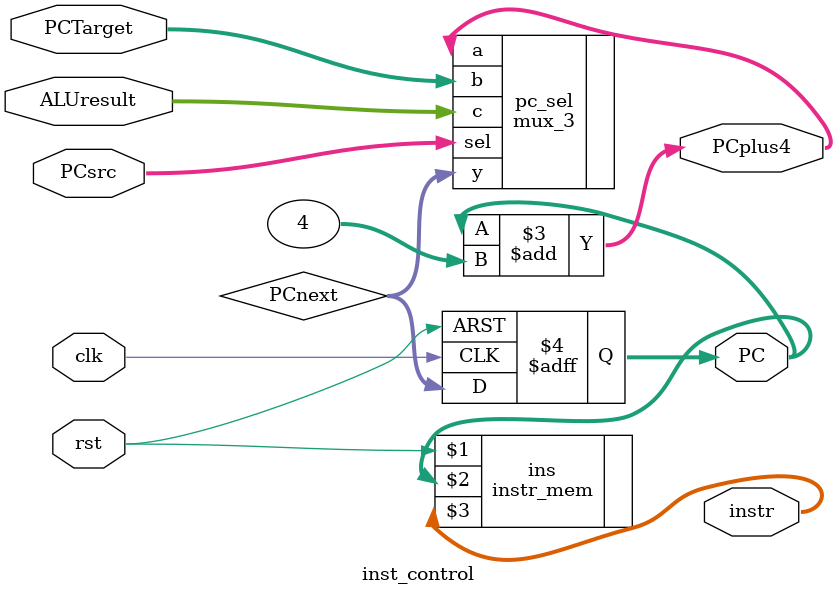
<source format=v>
`include "instr_mem.v"

module inst_control(
input clk,
input rst,
input [1:0]PCsrc,
input [31:0]PCTarget,
input [31:0] ALUresult,
output [31:0] instr, 
output reg [31:0] PCplus4, PC
);
wire [31:0] PCnext;

instr_mem ins(rst,PC, instr); 
mux_3 pc_sel(
    .a(PCplus4), 
    .b(PCTarget),
    .c(ALUresult), 
    .sel(PCsrc), 
    .y(PCnext)
    );

always @(posedge clk, posedge rst)
    begin
        if(rst)  
        PC <= 0;
        else
        PC <= PCnext; 
    end

always @(PC) begin
    PCplus4 <= PC+4;
end

endmodule
</source>
